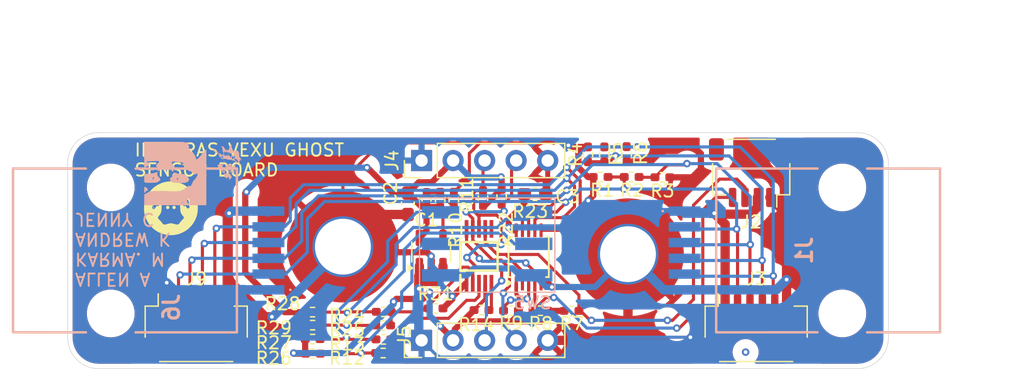
<source format=kicad_pcb>
(kicad_pcb (version 20241229) (generator "pcbnew") (generator_version "9.0")
  (layers (0 "F.Cu" mixed) (2 "B.Cu" signal) (13 "F.Paste" user) (15 "B.Paste" user) (5 "F.SilkS" user "F.Silkscreen") (7 "B.SilkS" user "B.Silkscreen") (1 "F.Mask" user) (3 "B.Mask" user) (25 "Edge.Cuts" user))
  (net 0 "")
  (net 1 "+3.3V")
  (net 2 "Net-(U5-FB)")
  (net 3 "+5V")
  (net 4 "Net-(U1-EN)")
  (net 5 "Net-(R12-Pad1)")
  (net 6 "Net-(R13-Pad1)")
  (net 7 "/Sensors/sda")
  (net 8 "/Sensors/scl")
  (net 9 "Net-(R24-Pad1)")
  (net 10 "Net-(R25-Pad1)")
  (net 11 "Net-(IC1-SDAIN)")
  (net 13 "Net-(IC1-ENABLE)")
  (net 14 "Net-(IC1-SCLIN)")
  (net 15 "Net-(IC1-XORL)")
  (net 16 "Net-(IC1-XORH)")
  (net 17 "GND")
  (net 18 "Net-(J3-Pin_4)")
  (net 19 "Net-(J3-Pin_2)")
  (net 20 "Net-(J3-Pin_3)")
  (net 21 "Net-(J3-Pin_5)")
  (footprint "Resistor_SMD:R_0402_1005Metric_Pad0.72x0.64mm_HandSolder" (layer "F.Cu") (at 149.8975 103.1)
    (property "Reference" "R3")
    (property "Value" "600" (hide yes))
  )
  (footprint "MountingHole:MountingHole_4.5mm_Pad_TopOnly" (layer "F.Cu") (at 147.125 109.3)
    (property "Reference" "H2" (hide yes))
    (property "Value" "MountingHole_Pad" (hide yes))
  )
  (footprint "Resistor_SMD:R_0402_1005Metric_Pad0.72x0.64mm_HandSolder" (layer "F.Cu") (at 121.722621 113.975)
    (property "Reference" "R28")
    (property "Value" "80k" (hide yes))
  )
  (footprint "Resistor_SMD:R_0402_1005Metric_Pad0.72x0.64mm_HandSolder" (layer "F.Cu") (at 127.4525 113.95)
    (property "Reference" "R24")
    (property "Value" "400k" (hide yes))
  )
  (footprint "Resistor_SMD:R_0402_1005Metric_Pad0.72x0.64mm_HandSolder" (layer "F.Cu") (at 121.7525 117.325)
    (property "Reference" "R26")
    (property "Value" "10k" (hide yes))
  )
  (footprint "Resistor_SMD:R_0402_1005Metric_Pad0.72x0.64mm_HandSolder" (layer "F.Cu") (at 147.02 101.2275 -90)
    (property "Reference" "R6")
    (property "Value" "600" (hide yes))
  )
  (footprint "Resistor_SMD:R_0402_1005Metric_Pad0.72x0.64mm_HandSolder" (layer "F.Cu") (at 144.9225 103.075)
    (property "Reference" "R1")
    (property "Value" "600" (hide yes))
  )
  (footprint "Package_TO_SOT_SMD:SOT-23-5" (layer "F.Cu") (at 131.275 109.1225 90)
    (property "Reference" "U5" (hide yes))
    (property "Value" "TPS73101DBV" (hide yes))
  )
  (footprint "Resistor_SMD:R_0402_1005Metric_Pad0.72x0.64mm_HandSolder" (layer "F.Cu") (at 140.075 113.86 180)
    (property "Reference" "R8")
    (property "Value" "4.7k" (hide yes))
  )
  (footprint "Resistor_SMD:R_0402_1005Metric_Pad0.72x0.64mm_HandSolder" (layer "F.Cu") (at 121.7275 116.15)
    (property "Reference" "R27")
    (property "Value" "10k" (hide yes))
  )
  (footprint "Resistor_SMD:R_0402_1005Metric_Pad0.72x0.64mm_HandSolder" (layer "F.Cu") (at 127.4275 116.1725)
    (property "Reference" "R13")
    (property "Value" "750k" (hide yes))
  )
  (footprint "Resistor_SMD:R_0402_1005Metric_Pad0.72x0.64mm_HandSolder" (layer "F.Cu") (at 135.3275 113.81 180)
    (property "Reference" "R14")
    (property "Value" "10k" (hide yes))
  )
  (footprint "Resistor_SMD:R_0402_1005Metric_Pad0.72x0.64mm_HandSolder" (layer "F.Cu") (at 132 104.9 90)
    (property "Reference" "R10")
    (property "Value" "52k" (hide yes))
  )
  (footprint "LTC4316CMS:SOP50P490X110-10N" (layer "F.Cu") (at 135.125 109.472 90)
    (property "Reference" "IC1" (hide yes))
    (property "Value" "LTC4316CMS#TRPBF" (hide yes))
  )
  (footprint "MountingHole:MountingHole_4.5mm_Pad_TopOnly" (layer "F.Cu") (at 124.165 108.6975)
    (property "Reference" "H1" (hide yes))
    (property "Value" "MountingHole_Pad" (hide yes))
  )
  (footprint "Resistor_SMD:R_0402_1005Metric_Pad0.72x0.64mm_HandSolder" (layer "F.Cu") (at 127.405 117.2725)
    (property "Reference" "R12")
    (property "Value" "400k" (hide yes))
  )
  (footprint "Capacitor_SMD:C_0402_1005Metric_Pad0.74x0.62mm_HandSolder" (layer "F.Cu") (at 130.9 104.9 90)
    (property "Reference" "C1")
    (property "Value" "1n" (hide yes))
  )
  (footprint "Capacitor_SMD:C_0603_1608Metric_Pad1.08x0.95mm_HandSolder" (layer "F.Cu") (at 139.6375 104.45)
    (property "Reference" "C3")
    (property "Value" "1u" (hide yes))
  )
  (footprint "Resistor_SMD:R_0402_1005Metric_Pad0.72x0.64mm_HandSolder" (layer "F.Cu") (at 147.4225 103.075 180)
    (property "Reference" "R2")
    (property "Value" "120" (hide yes))
  )
  (footprint "Package_SO:TSSOP-10_3x3mm_P0.5mm" (layer "F.Cu") (at 139.125 109.525 90)
    (property "Reference" "U1" (hide yes))
    (property "Value" "PCA9615DP" (hide yes))
  )
  (footprint "LOGO" (layer "F.Cu") (at 110.3 105.6)
    (property "Reference" "G***" (hide yes))
    (property "Value" "LOGO" (hide yes))
  )
  (footprint "Resistor_SMD:R_0402_1005Metric_Pad0.72x0.64mm_HandSolder" (layer "F.Cu") (at 131.6275 113.675)
    (property "Reference" "R31")
    (property "Value" "260k" (hide yes))
  )
  (footprint "Resistor_SMD:R_0402_1005Metric_Pad0.72x0.64mm_HandSolder" (layer "F.Cu") (at 142.5775 113.875)
    (property "Reference" "R7")
    (property "Value" "4.7k" (hide yes))
  )
  (footprint "Connector_JST:JST_SH_SM04B-SRSS-TB_1x04-1MP_P1.00mm_Horizontal" (layer "F.Cu") (at 157.05 102.725 180)
    (property "Reference" "J2")
    (property "Value" "Conn_01x04" (hide yes))
  )
  (footprint "Resistor_SMD:R_0402_1005Metric_Pad0.72x0.64mm_HandSolder" (layer "F.Cu") (at 135.45 104.7775 90)
    (property "Reference" "R22")
    (property "Value" "4.7k" (hide yes))
  )
  (footprint "Resistor_SMD:R_0402_1005Metric_Pad0.72x0.64mm_HandSolder" (layer "F.Cu") (at 133.1 104.8975 90)
    (property "Reference" "R11")
    (property "Value" "30k" (hide yes))
  )
  (footprint "Connector_PinHeader_2.54mm:PinHeader_1x05_P2.54mm_Vertical" (layer "F.Cu") (at 130.5 101.75 90)
    (property "Reference" "J4")
    (property "Value" "Conn_01x05" (hide yes))
  )
  (footprint "Capacitor_SMD:C_0603_1608Metric_Pad1.08x0.95mm_HandSolder" (layer "F.Cu") (at 129.4 105.2375 -90)
    (property "Reference" "C2")
    (property "Value" "1u" (hide yes))
  )
  (footprint "Resistor_SMD:R_0402_1005Metric_Pad0.72x0.64mm_HandSolder" (layer "F.Cu") (at 137.7025 113.86 180)
    (property "Reference" "R9")
    (property "Value" "10k" (hide yes))
  )
  (footprint "Resistor_SMD:R_0402_1005Metric_Pad0.72x0.64mm_HandSolder" (layer "F.Cu") (at 145.22 101.25 -90)
    (property "Reference" "R5")
    (property "Value" "120" (hide yes))
  )
  (footprint "Resistor_SMD:R_0402_1005Metric_Pad0.72x0.64mm_HandSolder" (layer "F.Cu") (at 143.9 101.25 -90)
    (property "Reference" "R4")
    (property "Value" "600" (hide yes))
  )
  (footprint "Resistor_SMD:R_0402_1005Metric_Pad0.72x0.64mm_HandSolder" (layer "F.Cu") (at 121.7275 115.025)
    (property "Reference" "R29")
    (property "Value" "40k" (hide yes))
  )
  (footprint "Resistor_SMD:R_0402_1005Metric_Pad0.72x0.64mm_HandSolder" (layer "F.Cu") (at 127.405 115.0475)
    (property "Reference" "R25")
    (property "Value" "780k" (hide yes))
  )
  (footprint "Resistor_SMD:R_0402_1005Metric_Pad0.72x0.64mm_HandSolder" (layer "F.Cu") (at 136.95 104.675 -90)
    (property "Reference" "R23")
    (property "Value" "4.7k" (hide yes))
  )
  (footprint "Connector_JST:JST_SH_SM06B-SRSS-TB_1x06-1MP_P1.00mm_Horizontal" (layer "F.Cu") (at 112.35 115.275)
    (property "Reference" "J9")
    (property "Value" "Conn_01x06" (hide yes))
  )
  (footprint "Connector_JST:JST_SH_SM06B-SRSS-TB_1x06-1MP_P1.00mm_Horizontal" (layer "F.Cu") (at 157.45 115.275)
    (property "Reference" "J3")
    (property "Value" "Conn_01x06" (hide yes))
  )
  (footprint "Connector_PinHeader_2.54mm:PinHeader_1x05_P2.54mm_Vertical" (layer "F.Cu") (at 130.5 116.25 90)
    (property "Reference" "J5")
    (property "Value" "Conn_01x05" (hide yes))
  )
  (footprint "GDLX-SMT-N-66:GDLXSMTN66" (layer "B.Cu") (at 161.975 109 -90)
    (property "Reference" "J1")
    (property "Value" "GDLX-SMT-N-66" (hide yes))
  )
  (footprint "GDLX-SMT-N-66:GDLXSMTN66" (layer "B.Cu") (at 107.8825 109 90)
    (property "Reference" "J6")
    (property "Value" "GDLX-SMT-N-66" (hide yes))
  )
  (footprint "LOGO" (layer "B.Cu") (at 110.666293 102.794923)
    (property "Reference" "G***" (hide yes))
    (property "Value" "LOGO" (hide yes))
  )
  (footprint "RJ12_Pin_Connector:Rotary_Switch_16_pos" (layer "B.Cu") (at 135.7375 113.4675 180)
    (property "Reference" "SW5")
    (property "Value" "SW_Coded_SH-7050")
  )
  (footprint "LOGO" (layer "B.Cu") (at 114.75 101.9)
    (property "Reference" "G***" (hide yes))
    (property "Value" "LOGO" (hide yes))
  )
  (gr_arc (start 168.1 116.035) (mid 167.367767 117.802767) (end 165.6 118.535) (stroke (width 0.05)) (layer "Edge.Cuts"))
  (gr_arc (start 165.6 99.5) (mid 167.367767 100.232233) (end 168.1 102) (stroke (width 0.05)) (layer "Edge.Cuts"))
  (gr_line (start 102 116.035) (end 102 102) (stroke (width 0.05)) (layer "Edge.Cuts"))
  (gr_line (start 104.5 99.5) (end 165.6 99.5) (stroke (width 0.05)) (layer "Edge.Cuts"))
  (gr_arc (start 102 102) (mid 102.732233 100.232233) (end 104.5 99.5) (stroke (width 0.05)) (layer "Edge.Cuts"))
  (gr_arc (start 104.5 118.535) (mid 102.732233 117.802767) (end 102 116.035) (stroke (width 0.05)) (layer "Edge.Cuts"))
  (gr_line (start 165.6 118.535) (end 104.5 118.535) (stroke (width 0.05)) (layer "Edge.Cuts"))
  (gr_line (start 168.1 102) (end 168.1 116.035) (stroke (width 0.05)) (layer "Edge.Cuts"))
  (gr_text "IEEE RAS VEXU GHOST\nSENSOR BOARD\n" (at 107.3 103.1 0) (layer "F.SilkS") (effects (font (size 1 1)) (justify left bottom)))
  (gr_text "ALLEN A\nKARMA. M\nANDREW K\nJENNY C" (at 102.5 105.9 180) (layer "B.SilkS") (effects (font (size 1 1)) (justify left bottom mirror)))
  (via (at 156.6 117.2) (size 0.6) (drill 0.3) (layers "F.Cu" "B.Cu") (net 0))
  (segment (start 133.185 116.175) (end 133.075 116.175) (width 0.5) (layer "F.Cu") (net 1))
  (segment (start 133.075 116.175) (end 132 115.1) (width 0.5) (layer "F.Cu") (net 1))
  (segment (start 116.4 104.275) (end 116.3 104.375) (width 0.5) (layer "F.Cu") (net 1))
  (segment (start 138.326 112.730346) (end 138.326 113.834) (width 0.3) (layer "F.Cu") (net 1))
  (segment (start 138.326 113.834) (end 138.3 113.86) (width 0.3) (layer "F.Cu") (net 1))
  (segment (start 120.25 117.325) (end 120.2 117.275) (width 0.5) (layer "F.Cu") (net 1))
  (segment (start 116.3 104.375) (end 116.3 110.8) (width 0.5) (layer "F.Cu") (net 1))
  (segment (start 129.4 104.375) (end 130.275 103.5) (width 0.5) (layer "F.Cu") (net 1))
  (segment (start 131.15 112.3735) (end 131.15 112.37664) (width 0.5) (layer "F.Cu") (net 1))
  (segment (start 133.185 116.175) (end 133.185 115.355) (width 0.5) (layer "F.Cu") (net 1))
  (segment (start 138.3 114.179999) (end 138.3 113.86) (width 0.5) (layer "F.Cu") (net 1))
  (segment (start 130.9 107.41) (end 130.325 107.985) (width 0.5) (layer "F.Cu") (net 1))
  (segment (start 135.6 105.375) (end 135.45 105.375) (width 0.5) (layer "F.Cu") (net 1))
  (segment (start 121.125121 113.975) (end 121.125121 117.295121) (width 0.5) (layer "F.Cu") (net 1))
  (segment (start 116.3 110.8) (end 119.475 113.975) (width 0.5) (layer "F.Cu") (net 1))
  (segment (start 135.455 105.37) (end 135.45 105.375) (width 0.5) (layer "F.Cu") (net 1))
  (segment (start 128.19 104.375) (end 129.4 104.375) (width 0.5) (layer "F.Cu") (net 1))
  (segment (start 135.625 112.915) (end 134.73 113.81) (width 0.3) (layer "F.Cu") (net 1))
  (segment (start 130.9 105.4675) (end 130.9 107.41) (width 0.5) (layer "F.Cu") (net 1))
  (segment (start 140.6725 113.86) (end 140.6725 114.179999) (width 0.5) (layer "F.Cu") (net 1))
  (segment (start 138.125 111.675) (end 138.125 112.529346) (width 0.3) (layer "F.Cu") (net 1))
  (segment (start 131.15 112.37664) (end 130.61714 112.9095) (width 0.5) (layer "F.Cu") (net 1))
  (segment (start 137.759999 114.72) (end 138.3 114.179999) (width 0.5) (layer "F.Cu") (net 1))
  (segment (start 140.6875 113.875) (end 140.6725 113.86) (width 0.5) (layer "F.Cu") (net 1))
  (segment (start 133.185 115.355) (end 133.82 114.72) (width 0.5) (layer "F.Cu") (net 1))
  (segment (start 130.93 105.4975) (end 130.9 105.4675) (width 0.5) (layer "F.Cu") (net 1))
  (segment (start 135.625 111.684) (end 135.625 112.915) (width 0.3) (layer "F.Cu") (net 1))
  (segment (start 140.6725 114.179999) (end 140.132499 114.72) (width 0.5) (layer "F.Cu") (net 1))
  (segment (start 136.8975 104.0775) (end 135.6 105.375) (width 0.5) (layer "F.Cu") (net 1))
  (segment (start 121.155 117.325) (end 120.25 117.325) (width 0.5) (layer "F.Cu") (net 1))
  (segment (start 126.25 102.475) (end 126.1 102.325) (width 0.5) (layer "F.Cu") (net 1))
  (segment (start 119.475 113.975) (end 121.125121 113.975) (width 0.5) (layer "F.Cu") (net 1))
  (segment (start 126.29 102.475) (end 128.19 104.375) (width 0.5) (layer "F.Cu") (net 1))
  (segment (start 136.95 103.122) (end 136.9 103.072) (width 0.5) (layer "F.Cu") (net 1))
  (segment (start 130.275 103.5) (end 131.33 103.5) (width 0.5) (layer "F.Cu") (net 1))
  (segment (start 121.125121 117.295121) (end 121.155 117.325) (width 0.5) (layer "F.Cu") (net 1))
  (segment (start 130.4925 105.4675) (end 129.4 104.375) (width 0.5) (layer "F.Cu") (net 1))
  (segment (start 136.95 104.0775) (end 136.8975 104.0775) (width 0.5) (layer "F.Cu") (net 1))
  (segment (start 131.33 103.5) (end 133.07 101.76) (width 0.5) (layer "F.Cu") (net 1))
  (segment (start 136.95 104.0775) (end 136.95 103.122) (width 0.5) (layer "F.Cu") (net 1))
  (segment (start 132 105.4975) (end 130.93 105.4975) (width 0.5) (layer "F.Cu") (net 1))
  (segment (start 126.29 102.475) (end 126.25 102.475) (width 0.5) (layer "F.Cu") (net 1))
  (segment (start 128.466779 112.9095) (end 128.246279 113.13) (width 0.5) (layer "F.Cu") (net 1))
  (segment (start 138.125 112.529346) (end 138.326 112.730346) (width 0.3) (layer "F.Cu") (net 1))
  (segment (start 133.82 114.72) (end 134.73 113.81) (width 0.5) (layer "F.Cu") (net 1))
  (segment (start 141.98 113.875) (end 140.6875 113.875) (width 0.5) (layer "F.Cu") (net 1))
  (segment (start 133.82 114.72) (end 137.759999 114.72) (width 0.5) (layer "F.Cu") (net 1))
  (segment (start 140.132499 114.72) (end 137.759999 114.72) (width 0.5) (layer "F.Cu") (net 1))
  (segment (start 130.9 105.4675) (end 130.4925 105.4675) (width 0.5) (layer "F.Cu") (net 1))
  (segment (start 130.61714 112.9095) (end 128.466779 112.9095) (width 0.5) (layer "F.Cu") (net 1))
  (via (at 132 115.1) (size 0.6) (drill 0.3) (layers "F.Cu" "B.Cu") (net 1))
  (via (at 116.4 104.275) (size 0.6) (drill 0.3) (layers "F.Cu" "B.Cu") (net 1))
  (via (at 131.15 112.3735) (size 0.6) (drill 0.3) (layers "F.Cu" "B.Cu") (net 1))
  (via (at 126.1 102.325) (size 0.6) (drill 0.3) (layers "F.Cu" "B.Cu") (net 1))
  (via (at 136.9 103.072) (size 0.6) (drill 0.3) (layers "F.Cu" "B.Cu") (net 1))
  (via (at 128.246279 113.13) (size 0.6) (drill 0.3) (layers "F.Cu" "B.Cu") (net 1))
  (via (at 120.2 117.275) (size 0.6) (drill 0.3) (layers "F.Cu" "B.Cu") (net 1))
  (segment (start 128.246279 113.328721) (end 124.3 117.275) (width 0.5) (layer "B.Cu") (net 1))
  (segment (start 116.4 104.275) (end 116.4 104.225) (width 0.5) (layer "B.Cu") (net 1))
  (segment (start 124.3 117.275) (end 120.2 117.275) (width 0.5) (layer "B.Cu") (net 1))
  (segment (start 128.246279 113.13) (end 128.246279 113.328721) (width 0.5) (layer "B.Cu") (net 1))
  (segment (start 136.9 103.072) (end 136.851 103.121) (width 0.5) (layer "B.Cu") (net 1))
  (segment (start 131.15 112.3735) (end 131.15 114.25) (width 0.5) (layer "B.Cu") (net 1))
  (segment (start 134.431 103.121) (end 133.07 101.76) (width 0.5) (layer "B.Cu") (net 1))
  (segment (start 118.3 102.325) (end 126.1 102.325) (width 0.5) (layer "B.Cu") (net 1))
  (segment (start 131.15 114.25) (end 132 115.1) (width 0.5) (layer "B.Cu") (net 1))
  (segment (start 136.851 103.121) (end 134.431 103.121) (width 0.5) (layer "B.Cu") (net 1))
  (segment (start 116.4 104.225) (end 118.3 102.325) (width 0.5) (layer "B.Cu") (net 1))
  (segment (start 130.9 104.3325) (end 131.97 104.3325) (width 0.25) (layer "F.Cu") (net 2))
  (segment (start 131.97 104.3325) (end 132 104.3025) (width 0.25) (layer "F.Cu") (net 2))
  (segment (start 132 104.395) (end 133.1 105.495) (width 0.25) (layer "F.Cu") (net 2))
  (segment (start 132.225 107.985) (end 132.225 106.37) (width 0.25) (layer "F.Cu") (net 2))
  (segment (start 132.225 106.37) (end 133.1 105.495) (width 0.25) (layer "F.Cu") (net 2))
  (segment (start 132 104.3025) (end 132 104.395) (width 0.25) (layer "F.Cu") (net 2))
  (segment (start 157.55 105.530876) (end 157.55 104.725) (width 0.75) (layer "F.Cu") (net 3))
  (segment (start 143.580001 100.6525) (end 143.129 101.103501) (width 0.5) (layer "F.Cu") (net 3))
  (segment (start 132.225 110.26) (end 132.225 111.003376) (width 0.75) (layer "F.Cu") (net 3))
  (segment (start 144.325 103.075) (end 144.325 104.575) (width 0.5) (layer "F.Cu") (net 3))
  (segment (start 137.523926 107.140747) (end 137.758179 107.375) (width 0.5) (layer "F.Cu") (net 3))
  (segment (start 157.004876 106.076) (end 157.55 105.530876) (width 0.75) (layer "F.Cu") (net 3))
  (segment (start 142.4525 100.6525) (end 142.325 100.525) (width 0.5) (layer "F.Cu") (net 3))
  (segment (start 130.325 111.003376) (end 130.820124 111.4985) (width 0.75) (layer "F.Cu") (net 3))
  (segment (start 143.9 100.6525) (end 143.580001 100.6525) (width 0.5) (layer "F.Cu") (net 3))
  (segment (start 138.775 105.260412) (end 138.775 104.45) (width 0.5) (layer "F.Cu") (net 3))
  (segment (start 109.975 111.6) (end 109.85 111.725) (width 0.75) (layer "F.Cu") (net 3))
  (segment (start 154.075 106) (end 154.95 106.875) (width 0.75) (layer "F.Cu") (net 3))
  (segment (start 143.129 101.103501) (end 143.129 102.302518) (width 0.5) (layer "F.Cu") (net 3))
  (segment (start 152.15 116) (end 152.91281 116) (width 0.25) (layer "F.Cu") (net 3))
  (segment (start 130.325 110.26) (end 130.325 111.003376) (width 0.75) (layer "F.Cu") (net 3))
  (segment (start 154.075 106) (end 154.151 106.076) (width 0.75) (layer "F.Cu") (net 3))
  (segment (start 137.526 107.138673) (end 137.523926 107.140747) (width 0.5) (layer "F.Cu") (net 3))
  (segment (start 130.820124 111.4985) (end 131.729876 111.4985) (width 0.75) (layer "F.Cu") (net 3))
  (segment (start 144.325 104.575) (end 143.925 104.975) (width 0.5) (layer "F.Cu") (net 3))
  (segment (start 130.275 111.053376) (end 130.325 111.003376) (width 0.75) (layer "F.Cu") (net 3))
  (segment (start 154.95 113.96281) (end 154.95 113.275) (width 0.25) (layer "F.Cu") (net 3))
  (segment (start 143.129 102.302518) (end 143.901482 103.075) (width 0.5) (layer "F.Cu") (net 3))
  (segment (start 137.758179 107.375) (end 138.049 107.375) (width 0.5) (layer "F.Cu") (net 3))
  (segment (start 109.85 111.725) (end 109.85 113.3) (width 0.75) (layer "F.Cu") (net 3))
  (segment (start 130.275 112.0835) (end 130.275 111.053376) (width 0.75) (layer "F.Cu") (net 3))
  (segment (start 152.91281 116) (end 154.95 113.96281) (width 0.25) (layer "F.Cu") (net 3))
  (segment (start 137.526 106.509413) (end 138.775 105.260412) (width 0.5) (layer "F.Cu") (net 3))
  (segment (start 154.95 106.875) (end 154.95 113.275) (width 0.75) (layer "F.Cu") (net 3))
  (segment (start 154.151 106.076) (end 157.004876 106.076) (width 0.75) (layer "F.Cu") (net 3))
  (segment (start 143.9 100.6525) (end 142.4525 100.6525) (width 0.5) (layer "F.Cu") (net 3))
  (segment (start 132.225 111.003376) (end 131.729876 111.4985) (width 0.75) (layer "F.Cu") (net 3))
  (segment (start 137.526 106.509413) (end 137.526 107.138673) (width 0.5) (layer "F.Cu") (net 3))
  (segment (start 143.901482 103.075) (end 144.325 103.075) (width 0.5) (layer "F.Cu") (net 3))
  (via (at 137.523926 107.140747) (size 0.6) (drill 0.3) (layers "F.Cu" "B.Cu") (net 3))
  (via (at 143.925 104.975) (size 0.6) (drill 0.3) (layers "F.Cu" "B.Cu") (net 3))
  (via (at 152.15 116) (size 0.6) (drill 0.3) (layers "F.Cu" "B.Cu") (net 3))
  (via (at 154.075 106) (size 0.6) (drill 0.3) (layers "F.Cu" "B.Cu") (net 3))
  (via (at 130.275 112.0835) (size 0.6) (drill 0.3) (layers "F.Cu" "B.Cu") (net 3))
  (via (at 142.325 100.525) (size 0.6) (drill 0.3) (layers "F.Cu" "B.Cu") (net 3))
  (via (at 109.975 111.6) (size 0.6) (drill 0.3) (layers "F.Cu" "B.Cu") (net 3))
  (segment (start 151.69 106) (end 154.075 106) (width 0.75) (layer "B.Cu") (net 3))
  (segment (start 144.3 116) (end 142.7 117.6) (width 0.25) (layer "B.Cu") (net 3))
  (segment (start 143.925 104.975) (end 141.759253 107.140747) (width 0.5) (layer "B.Cu") (net 3))
  (segment (start 109.975 111.6) (end 110.625 112.25) (width 0.75) (layer "B.Cu") (net 3))
  (segment (start 131.85 117.6) (end 130.5 116.25) (width 0.25) (layer "B.Cu") (net 3))
  (segment (start 130.645 116.175) (end 130.275 115.805) (width 0.75) (layer "B.Cu") (net 3))
  (segment (start 130.275 115.805) (end 130.275 112.0835) (width 0.75) (layer "B.Cu") (net 3))
  (segment (start 141.759253 107.140747) (end 137.523926 107.140747) (width 0.5) (layer "B.Cu") (net 3))
  (segment (start 142.7 117.6) (end 131.85 117.6) (width 0.25) (layer "B.Cu") (net 3))
  (segment (start 110.7 112.175) (end 118.1675 112.175) (width 0.75) (layer "B.Cu") (net 3))
  (segment (start 152.15 116) (end 144.3 116) (width 0.25) (layer "B.Cu") (net 3))
  (segment (start 110.625 112.25) (end 110.7 112.175) (width 0.75) (layer "B.Cu") (net 3))
  (segment (start 137.105 113.86) (end 137.105 113.57) (width 0.25) (layer "F.Cu") (net 4))
  (segment (start 139.125 112.775) (end 139.125 111.675) (width 0.25) (layer "F.Cu") (net 4))
  (segment (start 139 112.9) (end 139.125 112.775) (width 0.25) (layer "F.Cu") (net 4))
  (segment (start 137.105 113.57) (end 137.675 113) (width 0.25) (layer "F.Cu") (net 4))
  (via (at 137.675 113) (size 0.6) (drill 0.3) (layers "F.Cu" "B.Cu") (net 4))
  (via (at 139 112.9) (size 0.6) (drill 0.3) (layers "F.Cu" "B.Cu") (net 4))
  (segment (start 138.9 113) (end 139 112.9) (width 0.25) (layer "B.Cu") (net 4))
  (segment (start 137.675 113) (end 138.9 113) (width 0.25) (layer "B.Cu") (net 4))
  (segment (start 125.5725 117.325) (end 125.625 117.2725) (width 0.25) (layer "F.Cu") (net 5))
  (segment (start 122.35 117.325) (end 125.5725 117.325) (width 0.25) (layer "F.Cu") (net 5))
  (segment (start 125.625 117.2725) (end 126.8075 117.2725) (width 0.25) (layer "F.Cu") (net 5))
  (via (at 125.625 117.2725) (size 0.6) (drill 0.3) (layers "F.Cu" "B.Cu") (net 5))
  (segment (start 128.9 113.6) (end 125.625 116.875) (width 0.25) (layer "B.Cu") (net 5))
  (segment (start 128.9 112.35) (end 128.9 113.6) (width 0.25) (layer "B.Cu") (net 5))
  (segment (start 125.625 116.875) (end 125.625 117.2725) (width 0.25) (layer "B.Cu") (net 5))
  (segment (start 129.725 111.525) (end 128.9 112.35) (width 0.25) (layer "B.Cu") (net 5))
  (segment (start 129.725 109.325) (end 129.725 111.525) (width 0.25) (layer "B.Cu") (net 5))
  (segment (start 132.0375 108.4675) (end 130.5825 108.4675) (width 0.25) (layer "B.Cu") (net 5))
  (segment (start 130.5825 108.4675) (end 129.725 109.325) (width 0.25) (layer "B.Cu") (net 5))
  (segment (start 122.325 116.15) (end 124.275 116.15) (width 0.25) (layer "F.Cu") (net 6))
  (segment (start 124.275 116.15) (end 124.45 115.975) (width 0.25) (layer "F.Cu") (net 6))
  (segment (start 124.45 115.975) (end 124.55 116.075) (width 0.25) (layer "F.Cu") (net 6))
  (segment (start 124.5725 116.1725) (end 126.83 116.1725) (width 0.25) (layer "F.Cu") (net 6))
  (segment (start 124.55 116.075) (end 124.55 116.15) (width 0.25) (layer "F.Cu") (net 6))
  (segment (start 124.55 116.15) (end 124.5725 116.1725) (width 0.25) (layer "F.Cu") (net 6))
  (via (at 124.45 115.975) (size 0.6) (drill 0.3) (layers "F.Cu" "B.Cu") (net 6))
  (segment (start 127.775 109.889702) (end 127.775 108.25) (width 0.25) (layer "B.Cu") (net 6))
  (segment (start 124.45 115.975) (end 123.725 115.25) (width 0.25) (layer "B.Cu") (net 6))
  (segment (start 130.0975 105.9275) (end 132.0375 105.9275) (width 0.25) (layer "B.Cu") (net 6))
  (segment (start 127.775 108.25) (end 130.0975 105.9275) (width 0.25) (layer "B.Cu") (net 6))
  (segment (start 123.725 113.939702) (end 127.775 109.889702) (width 0.25) (layer "B.Cu") (net 6))
  (segment (start 123.725 115.25) (end 123.725 113.939702) (width 0.25) (layer "B.Cu") (net 6))
  (segment (start 134.7 104.35) (end 134.7 105.8205) (width 0.25) (layer "F.Cu") (net 7))
  (segment (start 136.95 110.675) (end 136.95 111.45) (width 0.25) (layer "F.Cu") (net 7))
  (segment (start 134.15 109.575) (end 134.95 110.375) (width 0.25) (layer "F.Cu") (net 7))
  (segment (start 134.7 105.8205) (end 135.0295 106.15) (width 0.25) (layer "F.Cu") (net 7))
  (segment (start 136.9 108.525) (end 136.9 107.402119) (width 0.25) (layer "F.Cu") (net 7))
  (segment (start 136.55 106.15) (end 135.2205 106.15) (width 0.25) (layer "F.Cu") (net 7))
  (segment (start 135.2205 106.15) (end 135.125 106.2455) (width 0.25) (layer "F.Cu") (net 7))
  (segment (start 136.65 110.375) (end 136.95 110.675) (width 0.25) (layer "F.Cu") (net 7))
  (segment (start 135.45 101.92) (end 135.61 101.76) (width 0.25) (layer "F.Cu") (net 7))
  (segment (start 136.9 106.879375) (end 136.9 106.5) (width 0.25) (layer "F.Cu") (net 7))
  (segment (start 135.45 104.18) (end 135.45 101.92) (width 0.25) (layer "F.Cu") (net 7))
  (segment (start 135.0295 106.15) (end 135.2205 106.15) (width 0.25) (layer "F.Cu") (net 7))
  (segment (start 136.9 106.5) (end 136.55 106.15) (width 0.25) (layer "F.Cu") (net 7))
  (segment (start 134.95 110.375) (end 136.65 110.375) (width 0.25) (layer "F.Cu") (net 7))
  (segment (start 134.87 104.18) (end 134.7 104.35) (width 0.25) (layer "F.Cu") (net 7))
  (segment (start 136.897926 107.400045) (end 136.897926 106.881449) (width 0.25) (layer "F.Cu") (net 7))
  (segment (start 135.125 106.2455) (end 135.125 106.425) (width 0.25) (layer "F.Cu") (net 7))
  (segment (start 136.897926 106.881449) (end 136.9 106.879375) (width 0.25) (layer "F.Cu") (net 7))
  (segment (start 135.45 104.18) (end 134.87 104.18) (width 0.25) (layer "F.Cu") (net 7))
  (segment (start 135.125 106.2455) (end 135.125 107.26) (width 0.25) (layer "F.Cu") (net 7))
  (segment (start 136.9 107.402119) (end 136.897926 107.400045) (width 0.25) (layer "F.Cu") (net 7))
  (via (at 136.95 111.45) (size 0.6) (drill 0.3) (layers "F.Cu" "B.Cu") (net 7))
  (via (at 136.9 108.525) (size 0.6) (drill 0.3) (layers "F.Cu" "B.Cu") (net 7))
  (via (at 134.15 109.575) (size 0.6) (drill 0.3) (layers "F.Cu" "B.Cu") (net 7))
  (segment (start 135.125 108.6) (end 134.15 109.575) (width 0.25) (layer "B.Cu") (net 7))
  (segment (start 136.825 108.6) (end 135.125 108.6) (width 0.25) (layer "B.Cu") (net 7))
  (segment (start 135.725 112.675) (end 135.725 116.175) (width 0.25) (layer "B.Cu") (net 7))
  (segment (start 136.95 111.45) (end 135.725 112.675) (width 0.25) (layer "B.Cu") (net 7))
  (segment (start 136.9 108.525) (end 136.825 108.6) (width 0.25) (layer "B.Cu") (net 7))
  (segment (start 136.95 105.2725) (end 137.05 105.2725) (width 0.25) (layer "F.Cu") (net 8))
  (segment (start 134.625 107.4) (end 134.649 107.424) (width 0.25) (layer "F.Cu") (net 8))
  (segment (start 137.05 112.4) (end 137.575 111.875) (width 0.25) (layer "F.Cu") (net 8))
  (segment (start 137.075 112.45) (end 137.05 112.425) (width 0.25) (layer "F.Cu") (net 8))
  (segment (start 137.575 111.875) (end 137.575 110.43581) (width 0.25) (layer "F.Cu") (net 8))
  (segment (start 136.226 109.776) (end 134.625 108.175) (width 0.25) (layer "F.Cu") (net 8))
  (segment (start 137.142255 105.464755) (end 136.95 105.2725) (width 0.25) (layer "F.Cu") (net 8))
  (segment (start 137.094051 112.45) (end 137.075 112.45) (width 0.25) (layer "F.Cu") (net 8))
  (segment (start 134.625 107.26) (end 134.625 106.426687) (width 0.25) (layer "F.Cu") (net 8))
  (segment (start 134.625 107.26) (end 134.625 107.4) (width 0.25) (layer "F.Cu") (net 8))
  (segment (start 137.05 112.425) (end 137.05 112.4) (width 0.25) (layer "F.Cu") (net 8))
  (segment (start 137.75 102.16) (end 138.15 101.76) (width 0.25) (layer "F.Cu") (net 8))
  (segment (start 136.91519 109.776) (end 136.226 109.776) (width 0.25) (layer "F.Cu") (net 8))
  (segment (start 137.575 110.43581) (end 136.91519 109.776) (width 0.25) (layer "F.Cu") (net 8))
  (segment (start 137.142255 105.832497) (end 137.142255 105.464755) (width 0.25) (layer "F.Cu") (net 8))
  (segment (start 134.625 108.175) (end 134.625 107.26) (width 0.25) (layer "F.Cu") (net 8))
  (segment (start 137.05 105.2725) (end 137.75 104.5725) (width 0.25) (layer "F.Cu") (net 8))
  (segment (start 137.75 104.5725) (end 137.75 102.16) (width 0.25) (layer "F.Cu") (net 8))
  (segment (start 134.625 106.426687) (end 134.077788 105.879475) (width 0.25) (layer "F.Cu") (net 8))
  (via (at 137.094051 112.45) (size 0.6) (drill 0.3) (layers "F.Cu" "B.Cu") (net 8))
  (via (at 137.142255 105.832497) (size 0.6) (drill 0.3) (layers "F.Cu" "B.Cu") (net 8))
  (via (at 134.077788 105.879475) (size 0.6) (drill 0.3) (layers "F.Cu" "B.Cu") (net 8))
  (segment (start 137.05 112.475) (end 137.05 114.96) (width 0.25) (layer "B.Cu") (net 8))
  (segment (start 134.077788 105.879475) (end 137.095277 105.879475) (width 0.25) (layer "B.Cu") (net 8))
  (segment (start 137.094051 112.45) (end 137.075 112.45) (width 0.25) (layer "B.Cu") (net 8))
  (segment (start 137.095277 105.879475) (end 137.142255 105.832497) (width 0.25) (layer "B.Cu") (net 8))
  (segment (start 137.05 114.96) (end 138.265 116.175) (width 0.25) (layer "B.Cu") (net 8))
  (segment (start 137.075 112.45) (end 137.05 112.475) (width 0.25) (layer "B.Cu") (net 8))
  (segment (start 124.475 113.975) (end 124.525 114.025) (width 0.25) (layer "F.Cu") (net 9))
  (segment (start 122.320121 113.975) (end 124.475 113.975) (width 0.25) (layer "F.Cu") (net 9))
  (segment (start 126.855 113.95) (end 124.6 113.95) (width 0.25) (layer "F.Cu") (net 9))
  (segment (start 124.6 113.95) (end 124.525 114.025) (width 0.25) (layer "F.Cu") (net 9))
  (via (at 124.525 114.025) (size 0.6) (drill 0.3) (layers "F.Cu" "B.Cu") (net 9))
  (segment (start 139.24 106.235) (end 139.24 106.225) (width 0.25) (layer "B.Cu") (net 9))
  (segment (start 139.24 106.225) (end 139.5375 105.9275) (width 0.25) (layer "B.Cu") (net 9))
  (segment (start 124.525 114.025) (end 124.575 114.025) (width 0.25) (layer "B.Cu") (net 9))
  (segment (start 138.975 106.5) (end 139.24 106.235) (width 0.25) (layer "B.Cu") (net 9))
  (segment (start 137.25 106.5) (end 138.975 106.5) (width 0.25) (layer "B.Cu") (net 9))
  (segment (start 128.45 110.15) (end 128.45 108.525) (width 0.25) (layer "B.Cu") (net 9))
  (segment (start 136.601 107.149) (end 137.25 106.5) (width 0.25) (layer "B.Cu") (net 9))
  (segment (start 129.826 107.149) (end 136.601 107.149) (width 0.25) (layer "B.Cu") (net 9))
  (segment (start 128.45 108.525) (end 129.826 107.149) (width 0.25) (layer "B.Cu") (net 9))
  (segment (start 124.575 114.025) (end 128.45 110.15) (width 0.25) (layer "B.Cu") (net 9))
  (segment (start 124.6225 115.0475) (end 126.8075 115.0475) (width 0.25) (layer "F.Cu") (net 10))
  (segment (start 124.466116 115.025) (end 124.6 115.025) (width 0.25) (layer "F.Cu") (net 10))
  (segment (start 124.6 115.025) (end 124.6225 115.0475) (width 0.25) (layer "F.Cu") (net 10))
  (segment (start 124.466116 115.025) (end 122.325 115.025) (width 0.25) (layer "F.Cu") (net 10))
  (via (at 124.466116 115.025) (size 0.6) (drill 0.3) (layers "F.Cu" "B.Cu") (net 10))
  (segment (start 137.1 107.6) (end 137.9675 108.4675) (width 0.25) (layer "B.Cu") (net 10))
  (segment (start 129.1 110.65) (end 129.1 108.9365) (width 0.25) (layer "B.Cu") (net 10))
  (segment (start 124.466116 115.025) (end 124.725 115.025) (width 0.25) (layer "B.Cu") (net 10))
  (segment (start 124.725 115.025) (end 129.1 110.65) (width 0.25) (layer "B.Cu") (net 10))
  (segment (start 137.9675 108.4675) (end 139.5375 108.4675) (width 0.25) (layer "B.Cu") (net 10))
  (segment (start 130.4365 107.6) (end 137.1 107.6) (width 0.25) (layer "B.Cu") (net 10))
  (segment (start 129.1 108.9365) (end 130.4365 107.6) (width 0.25) (layer "B.Cu") (net 10))
  (segment (start 150.7125 114.6375) (end 150.3 114.6375) (width 0.25) (layer "F.Cu") (net 11))
  (segment (start 139.9 109.325) (end 143.175 112.6) (width 0.25) (layer "F.Cu") (net 11))
  (segment (start 135.625 107.26) (end 135.625 108.35) (width 0.25) (layer "F.Cu") (net 11))
  (segment (start 135.625 108.35) (end 136.35 109.075) (width 0.25) (layer "F.Cu") (net 11))
  (segment (start 138.625 111.675) (end 138.625 110.675) (width 0.25) (layer "F.Cu") (net 11))
  (segment (start 156.55 103.9) (end 155.9 103.25) (width 0.25) (layer "F.Cu") (net 11))
  (segment (start 144.185298 114.6375) (end 144.072798 114.6375) (width 0.25) (layer "F.Cu") (net 11))
  (segment (start 152.4 112.95) (end 150.7125 114.6375) (width 0.25) (layer "F.Cu") (net 11))
  (segment (start 156.55 104.725) (end 156.55 103.9) (width 0.25) (layer "F.Cu") (net 11))
  (segment (start 152.4 105.35) (end 152.4 112.95) (width 0.25) (layer "F.Cu") (net 11))
  (segment (start 143.175 112.6) (end 143.175 113.875) (width 0.25) (layer "F.Cu") (net 11))
  (segment (start 154.5 103.25) (end 152.4 105.35) (width 0.25) (layer "F.Cu") (net 11))
  (segment (start 136.6 109.325) (end 139.9 109.325) (width 0.25) (layer "F.Cu") (net 11))
  (segment (start 138.625 110.675) (end 137.275 109.325) (width 0.25) (layer "F.Cu") (net 11))
  (segment (start 144.072798 114.6375) (end 143.310298 113.875) (width 0.25) (layer "F.Cu") (net 11))
  (segment (start 143.310298 113.875) (end 143.175 113.875) (width 0.25) (layer "F.Cu") (net 11))
  (segment (start 155.9 103.25) (end 154.5 103.25) (width 0.25) (layer "F.Cu") (net 11))
  (segment (start 136.35 109.075) (end 136.6 109.325) (width 0.25) (layer "F.Cu") (net 11))
  (via (at 144.185298 114.6375) (size 0.6) (drill 0.3) (layers "F.Cu" "B.Cu") (net 11))
  (via (at 150.3 114.6375) (size 0.6) (drill 0.3) (layers "F.Cu" "B.Cu") (net 11))
  (segment (start 150.3 114.6375) (end 144.185298 114.6375) (width 0.25) (layer "B.Cu") (net 11))
  (segment (start 136.125 113.61) (end 136.125 111.684) (width 0.25) (layer "F.Cu") (net 13))
  (segment (start 135.925 113.81) (end 136.125 113.61) (width 0.25) (layer "F.Cu") (net 13))
  (segment (start 139.625 111.675) (end 139.625 113.7125) (width 0.25) (layer "F.Cu") (net 14))
  (segment (start 153.151 113.37431) (end 151.26281 115.2625) (width 0.25) (layer "F.Cu") (net 14))
  (segment (start 135.151653 109.526653) (end 134.125 108.5) (width 0.25) (layer "F.Cu") (net 14))
  (segment (start 139.625 110.848) (end 139.625 110.732498) (width 0.25) (layer "F.Cu") (net 14))
  (segment (start 140.5375 112.8) (end 139.4775 113.86) (width 0.25) (layer "F.Cu") (net 14))
  (segment (start 134.125 108.5) (end 134.125 107.26) (width 0.25) (layer "F.Cu") (net 14))
  (segment (start 139.625 110.732498) (end 138.9 110.007498) (width 0.25) (layer "F.Cu") (net 14))
  (segment (start 153.151 105.749) (end 153.151 113.37431) (width 0.25) (layer "F.Cu") (net 14))
  (segment (start 141.15 112.8) (end 140.5375 112.8) (width 0.25) (layer "F.Cu") (net 14))
  (segment (start 151.26281 115.2625) (end 151.05 115.2625) (width 0.25) (layer "F.Cu") (net 14))
  (segment (start 155.55 104.725) (end 154.175 104.725) (width 0.25) (layer "F.Cu") (net 14))
  (segment (start 154.175 104.725) (end 153.151 105.749) (width 0.25) (layer "F.Cu") (net 14))
  (segment (start 139.625 111.675) (end 139.625 110.848) (width 0.25) (layer "F.Cu") (net 14))
  (segment (start 135.151653 109.648347) (end 135.151653 109.526653) (width 0.25) (layer "F.Cu") (net 14))
  (segment (start 139.625 113.7125) (end 139.4775 113.86) (width 0.25) (layer "F.Cu") (net 14))
  (via (at 135.151653 109.648347) (size 0.6) (drill 0.3) (layers "F.Cu" "B.Cu") (net 14))
  (via (at 151.05 115.2625) (size 0.6) (drill 0.3) (layers "F.Cu" "B.Cu") (net 14))
  (via (at 138.9 110.007498) (size 0.6) (drill 0.3) (layers "F.Cu" "B.Cu") (net 14))
  (via (at 141.15 112.8) (size 0.6) (drill 0.3) (layers "F.Cu" "B.Cu") (net 14))
  (segment (start 135.925 109.875) (end 138.767502 109.875) (width 0.25) (layer "B.Cu") (net 14))
  (segment (start 138.767502 109.875) (end 138.9 110.007498) (width 0.25) (layer "B.Cu") (net 14))
  (segment (start 135.377599 109.874293) (end 135.924293 109.874293) (width 0.25) (layer "B.Cu") (net 14))
  (segment (start 143.8125 115.2625) (end 141.35 112.8) (width 0.25) (layer "B.Cu") (net 14))
  (segment (start 135.151653 109.648347) (end 135.377599 109.874293) (width 0.25) (layer "B.Cu") (net 14))
  (segment (start 151.05 115.2625) (end 143.8125 115.2625) (width 0.25) (layer "B.Cu") (net 14))
  (segment (start 135.924293 109.874293) (end 135.925 109.875) (width 0.25) (layer "B.Cu") (net 14))
  (segment (start 141.35 112.8) (end 141.15 112.8) (width 0.25) (layer "B.Cu") (net 14))
  (segment (start 128.0025 117.2725) (end 128.0025 116.195) (width 0.25) (layer "F.Cu") (net 15))
  (segment (start 135.125 111.684) (end 135.125 112.6985) (width 0.25) (layer "F.Cu") (net 15))
  (segment (start 128.0025 116.195) (end 128.025 116.1725) (width 0.25) (layer "F.Cu") (net 15))
  (segment (start 134.7985 113.025) (end 134.125 113.025) (width 0.25) (layer "F.Cu") (net 15))
  (segment (start 134.125 113.025) (end 132.675 114.475) (width 0.25) (layer "F.Cu") (net 15))
  (segment (start 135.125 112.6985) (end 134.7985 113.025) (width 0.25) (layer "F.Cu") (net 15))
  (segment (start 129.7225 114.475) (end 128.025 116.1725) (width 0.25) (layer "F.Cu") (net 15))
  (segment (start 132.675 114.475) (end 129.7225 114.475) (width 0.25) (layer "F.Cu") (net 15))
  (segment (start 134.625 110.725) (end 134.625 111.684) (width 0.25) (layer "F.Cu") (net 16))
  (segment (start 128.05 113.95) (end 130.4775 113.95) (width 0.25) (layer "F.Cu") (net 16))
  (segment (start 134.25 110.35) (end 134.625 110.725) (width 0.25) (layer "F.Cu") (net 16))
  (segment (start 131.03 113.675) (end 131.03 113.47) (width 0.25) (layer "F.Cu") (net 16))
  (segment (start 131.03 113.675) (end 130.7525 113.675) (width 0.25) (layer "F.Cu") (net 16))
  (segment (start 131.03 113.47) (end 133.4 111.1) (width 0.25) (layer "F.Cu") (net 16))
  (segment (start 133.775 110.35) (end 134.25 110.35) (width 0.25) (layer "F.Cu") (net 16))
  (segment (start 130.7525 113.675) (end 130.4775 113.95) (width 0.25) (layer "F.Cu") (net 16))
  (segment (start 133.4 111.1) (end 133.4 110.725) (width 0.25) (layer "F.Cu") (net 16))
  (segment (start 133.4 110.725) (end 133.775 110.35) (width 0.25) (layer "F.Cu") (net 16))
  (segment (start 128.05 115) (end 128.0025 115.0475) (width 0.25) (layer "F.Cu") (net 16))
  (segment (start 128.05 113.95) (end 128.05 115) (width 0.25) (layer "F.Cu") (net 16))
  (segment (start 159.9 111.35) (end 159.9 113.225) (width 0.75) (layer "F.Cu") (net 17))
  (segment (start 114.851599 106.148401) (end 115 106) (width 0.75) (layer "F.Cu") (net 17))
  (segment (start 130.954198 109.1467) (end 124.6142 109.1467) (width 0.5) (layer "F.Cu") (net 17))
  (segment (start 147.125 114.775) (end 147.125 109.3) (width 0.75) (layer "F.Cu") (net 17))
  (segment (start 132.975 112.925) (end 132.225 113.675) (width 0.5) (layer "F.Cu") (net 17))
  (segment (start 124.6142 109.1467) (end 124.165 108.6975) (width 0.5) (layer "F.Cu") (net 17))
  (segment (start 132.975 112.7) (end 133.025 112.7) (width 0.5) (layer "F.Cu") (net 17))
  (segment (start 131.275 109.467502) (end 130.954198 109.1467) (width 0.5) (layer "F.Cu") (net 17))
  (segment (start 153 102.4) (end 153 101.2) (width 0.5) (layer "F.Cu") (net 17))
  (segment (start 140.66 104.29) (end 140.5 104.45) (width 0.4) (layer "F.Cu") (net 17))
  (segment (start 118.45 114.35) (end 116.8 114.35) (width 0.75) (layer "F.Cu") (net 17))
  (segment (start 134.024 111.701) (end 134.024 111.684) (width 0.5) (layer "F.Cu") (net 17))
  (segment (start 132.975 112.7) (end 132.975 112.925) (width 0.5) (layer "F.Cu") (net 17))
  (segment (start 129.4 106.1) (end 126.7625 106.1) (width 0.75) (layer "F.Cu") (net 17))
  (segment (start 127.214702 100.325) (end 124.165 103.374702) (width 0.25) (layer "F.Cu") (net 17))
  (segment (start 140.69 101.76) (end 139.255 100.325) (width 0.25) (layer "F.Cu") (net 17))
  (segment (start 140.5 101.95) (end 140.69 101.76) (width 0.5) (layer "F.Cu") (net 17))
  (segment (start 140.66 116.25) (end 145.65 116.25) (width 0.75) (layer "F.Cu") (net 17))
  (segment (start 140.66 101.75) (end 140.66 104.29) (width 0.4) (layer "F.Cu") (net 17))
  (segment (start 135.193884 100.325) (end 127.214702 100.325) (width 0.25) (layer "F.Cu") (net 17))
  (segment (start 150.495 103.1) (end 152.3 103.1) (width 0.5) (layer "F.Cu") (net 17))
  (segment (start 159.9 113.225) (end 159.95 113.275) (width 0.75) (layer "F.Cu") (net 17))
  (segment (start 134.35 103.05) (end 133.1 104.3) (width 0.25) (layer "F.Cu") (net 17))
  (segment (start 131.275 109.467502) (end 131.275 110.26) (width 0.5) (layer "F.Cu") (net 17))
  (segment (start 134.35 101.168884) (end 134.35 103.05) (width 0.25) (layer "F.Cu") (net 17))
  (segment (start 133.025 112.7) (end 134.024 111.701) (width 0.5) (layer "F.Cu") (net 17))
  (segment (start 152.45 100.65) (end 149.712075 100.65) (width 0.5) (layer "F.Cu") (net 17))
  (segment (start 114.851599 107.25) (end 114.851599 106.148401) (width 0.75) (layer "F.Cu") (net 17))
  (segment (start 148.537075 101.825) (end 147.02 101.825) (width 0.5) (layer "F.Cu") (net 17))
  (segment (start 149.712075 100.65) (end 148.537075 101.825) (width 0.5) (layer "F.Cu") (net 17))
  (segment (start 124.165 103.374702) (end 124.165 108.6975) (width 0.25) (layer "F.Cu") (net 17))
  (segment (start 114.85 107.25) (end 114.85 113.3) (width 0.75) (layer "F.Cu") (net 17))
  (segment (start 141 111.95) (end 140.725 111.675) (width 0.5) (layer "F.Cu") (net 17))
  (segment (start 139.255 100.325) (end 135.193884 100.325) (width 0.25) (layer "F.Cu") (net 17))
  (segment (start 159.9 106.075) (end 158.55 104.725) (width 0.75) (layer "F.Cu") (net 17))
  (segment (start 159.9 111.35) (end 159.9 106.075) (width 0.75) (layer "F.Cu") (net 17))
  (segment (start 153 101.2) (end 152.45 100.65) (width 0.5) (layer "F.Cu") (net 17))
  (segment (start 126.7625 106.1) (end 124.165 108.6975) (width 0.75) (layer "F.Cu") (net 17))
  (segment (start 135.193884 100.325) (end 134.35 101.168884) (width 0.25) (layer "F.Cu") (net 17))
  (segment (start 132.975 112.7) (end 132.9225 112.7) (width 0.5) (layer "F.Cu") (net 17))
  (segment (start 152.3 103.1) (end 153 102.4) (width 0.5) (layer "F.Cu") (net 17))
  (segment (start 140.725 111.675) (end 140.201 111.675) (width 0.5) (layer "F.Cu") (net 17))
  (segment (start 145.65 116.25) (end 147.125 114.775) (width 0.75) (layer "F.Cu") (net 17))
  (segment (start 114.85 107.25) (end 114.851599 107.25) (width 0.75) (layer "F.Cu") (net 17))
  (via (at 118.45 114.35) (size 0.6) (drill 0.3) (layers "F.Cu" "B.Cu") (net 17))
  (via (at 159.9 111.35) (size 0.6) (drill 0.3) (layers "F.Cu" "B.Cu") (net 17))
  (via (at 141 111.95) (size 0.6) (drill 0.3) (layers "F.Cu" "B.Cu") (net 17))
  (via (at 131.275 109.467502) (size 0.6) (drill 0.3) (layers "F.Cu" "B.Cu") (net 17))
  (via (at 115 106) (size 0.6) (drill 0.3) (layers "F.Cu" "B.Cu") (net 17))
  (via (at 132.975 112.7) (size 0.6) (drill 0.3) (layers "F.Cu" "B.Cu") (net 17))
  (segment (start 134.1425 111.0075) (end 134.699 110.451) (width 0.5) (layer "B.Cu") (net 17))
  (segment (start 118.5125 114.35) (end 118.45 114.35) (width 0.75) (layer "B.Cu") (net 17))
  (segment (start 124.165 108.6975) (end 118.5125 114.35) (width 0.75) (layer "B.Cu") (net 17))
  (segment (start 159.075 112.175) (end 151.865 112.175) (width 0.75) (layer "B.Cu") (net 17))
  (segment (start 132.0375 111.7625) (end 132.975 112.7) (width 0.5) (layer "B.Cu") (net 17))
  (segment (start 132.0375 111.0075) (end 134.1425 111.0075) (width 0.5) (layer "B.Cu") (net 17))
  (segment (start 140.55 111.95) (end 139.6075 111.0075) (width 0.5) (layer "B.Cu") (net 17))
  (segment (start 131.254442 110.224442) (end 132.0375 111.0075) (width 0.5) (layer "B.Cu") (net 17))
  (segment (start 131.275 109.467502) (end 131.254442 109.48806) (width 0.5) (layer "B.Cu") (net 17))
  (segment (start 134.699 110.451) (end 137.85 110.451) (width 0.5) (layer "B.Cu") (net 17))
  (segment (start 144.475 111.95) (end 147.125 109.3) (width 0.5) (layer "B.Cu") (net 17))
  (segment (start 159.9 111.35) (end 159.075 112.175) (width 0.75) (layer "B.Cu") (net 17))
  (segment (start 132.045 111) (end 132.0375 111.0075) (width 0.5) (layer "B.Cu") (net 17))
  (segment (start 118.1675 105.825) (end 115.175 105.825) (width 0.75) (layer "B.Cu") (net 17))
  (segment (start 137.85 110.451) (end 138.4065 111.0075) (width 0.5) (layer "B.Cu") (net 17))
  (segment (start 132.0375 111.0075) (end 132.0375 111.7625) (width 0.5) (layer "B.Cu") (net 17))
  (segment (start 131.254442 109.48806) (end 131.254442 110.224442) (width 0.5) (layer "B.Cu") (net 17))
  (segment (start 147.125 109.3) (end 150 112.175) (width 0.75) (layer "B.Cu") (net 17))
  (segment (start 141 111.95) (end 144.475 111.95) (width 0.5) (layer "B.Cu") (net 17))
  (segment (start 150 112.175) (end 151.69 112.175) (width 0.75) (layer "B.Cu") (net 17))
  (segment (start 139.5375 111.0075) (end 139.53 111) (width 0.5) (layer "B.Cu") (net 17))
  (segment (start 138.4065 111.0075) (end 139.5375 111.0075) (width 0.5) (layer "B.Cu") (net 17))
  (segment (start 118.0925 105.9) (end 118.1675 105.825) (width 0.75) (layer "B.Cu") (net 17))
  (segment (start 115.175 105.825) (end 115 106) (width 0.75) (layer "B.Cu") (net 17))
  (segment (start 141 111.95) (end 140.55 111.95) (width 0.5) (layer "B.Cu") (net 17))
  (segment (start 139.6075 111.0075) (end 139.5375 111.0075) (width 0.5) (layer "B.Cu") (net 17))
  (segment (start 146.125 101.375) (end 145.6525 101.8475) (width 0.25) (layer "F.Cu") (net 18))
  (segment (start 139.625 106.548) (end 139.821 106.352) (width 0.25) (layer "F.Cu") (net 18))
  (segment (start 142.818236 105.468954) (end 142.818236 103.80212) (width 0.25) (layer "F.Cu") (net 18))
  (segment (start 139.821 106.352) (end 141.93519 106.352) (width 0.25) (layer "F.Cu") (net 18))
  (segment (start 141.93519 106.352) (end 142.818236 105.468954) (width 0.25) (layer "F.Cu") (net 18))
  (segment (start 112.85 108.6) (end 112.85 113.3) (width 0.25) (layer "F.Cu") (net 18))
  (segment (start 142.818236 103.80212) (end 142.2 103.183884) (width 0.25) (layer "F.Cu") (net 18))
  (segment (start 113.01 108.44) (end 112.85 108.6) (width 0.25) (layer "F.Cu") (net 18))
  (segment (start 143.9 101.8475) (end 145.22 101.8475) (width 0.25) (layer "F.Cu") (net 18))
  (segment (start 157.925 109.8) (end 157.95 109.825) (width 0.25) (layer "F.Cu") (net 18))
  (segment (start 145.2725 101.9) (end 145.22 101.8475) (width 0.25) (layer "F.Cu") (net 18))
  (segment (start 157.95 109.825) (end 157.95 113.275) (width 0.25) (layer "F.Cu") (net 18))
  (segment (start 145.22 101.8475) (end 145.6525 101.8475) (width 0.25) (layer "F.Cu") (net 18))
  (segment (start 139.625 107.375) (end 139.625 106.548) (width 0.25) (layer "F.Cu") (net 18))
  (via (at 142.2 103.183884) (size 0.6) (drill 0.3) (layers "F.Cu" "B.Cu") (net 18))
  (via (at 113.01 108.44) (size 0.6) (drill 0.3) (layers "F.Cu" "B.Cu") (net 18))
  (via (at 157.925 109.8) (size 0.6) (drill 0.3) (layers "F.Cu" "B.Cu") (net 18))
  (via (at 146.125 101.375) (size 0.6) (drill 0.3) (layers "F.Cu" "B.Cu") (net 18))
  (segment (start 141.227 104.148) (end 122.75388 104.148) (width 0.25) (layer "B.Cu") (net 18))
  (segment (start 157.925 109.8) (end 157.925 104.025) (width 0.25) (layer "B.Cu") (net 18))
  (segment (start 122.75388 104.148) (end 122.75188 104.15) (width 0.25) (layer "B.Cu") (net 18))
  (segment (start 121.4875 104.15) (end 120.398 105.2395) (width 0.25) (layer "B.Cu") (net 18))
  (segment (start 144.025 101.375) (end 146.125 101.375) (width 0.25) (layer "B.Cu") (net 18))
  (segment (start 142.191116 103.183884) (end 141.227 104.148) (width 0.25) (layer "B.Cu") (net 18))
  (segment (start 119.0725 108.365) (end 118.1675 108.365) (width 0.25) (layer "B.Cu") (net 18))
  (segment (start 157.915 109.81) (end 157.925 109.8) (width 0.25) (layer "B.Cu") (net 18))
  (segment (start 120.398 107.0395) (end 119.0725 108.365) (width 0.25) (layer "B.Cu") (net 18))
  (segment (start 142.216116 103.183884) (end 144.025 101.375) (width 0.25) (layer "B.Cu") (net 18))
  (segment (start 122.75188 104.15) (end 121.4875 104.15) (width 0.25) (layer "B.Cu") (net 18))
  (segment (start 142.2 103.183884) (end 142.191116 103.183884) (width 0.25) (layer "B.Cu") (net 18))
  (segment (start 142.2 103.183884) (end 142.216116 103.183884) (width 0.25) (layer "B.Cu") (net 18))
  (segment (start 155.275 101.375) (end 146.125 101.375) (width 0.25) (layer "B.Cu") (net 18))
  (segment (start 120.398 105.2395) (end 120.398 107.0395) (width 0.25) (layer "B.Cu") (net 18))
  (segment (start 113.085 108.365) (end 118.1675 108.365) (width 0.25) (layer "B.Cu") (net 18))
  (segment (start 151.69 109.81) (end 157.915 109.81) (width 0.25) (layer "B.Cu") (net 18))
  (segment (start 113.01 108.44) (end 113.085 108.365) (width 0.25) (layer "B.Cu") (net 18))
  (segment (start 157.925 104.025) (end 155.275 101.375) (width 0.25) (layer "B.Cu") (net 18))
  (segment (start 145.8 103.15) (end 145.775 103.125) (width 0.25) (layer "F.Cu") (net 19))
  (segment (start 142.11068 105.11068) (end 142.1 105.1) (width 0.25) (layer "F.Cu") (net 19))
  (segment (start 110.925 113.225) (end 110.85 113.3) (width 0.25) (layer "F.Cu") (net 19))
  (segment (start 146.825 104.025) (end 146.8 104.05) (width 0.25) (layer "F.Cu") (net 19))
  (segment (start 111.05 110.975) (end 110.925 111.1) (width 0.25) (layer "F.Cu") (net 19))
  (segment (start 141.374 105.901) (end 139.624 105.901) (width 0.25) (layer "F.Cu") (net 19))
  (segment (start 146.825 103.075) (end 146.825 104.025) (width 0.25) (layer "F.Cu") (net 19))
  (segment (start 142.1 105.1) (end 142.1 105.175) (width 0.25) (layer "F.Cu") (net 19))
  (segment (start 142.1 105.175) (end 141.374 105.901) (width 0.25) (layer "F.Cu") (net 19))
  (segment (start 110.925 111.1) (end 110.925 113.225) (width 0.25) (layer "F.Cu") (net 19))
  (segment (start 139.624 105.901) (end 139.125 106.4) (width 0.25) (layer "F.Cu") (net 19))
  (segment (start 155.875 107.27) (end 155.875 107.425) (width 0.25) (layer "F.Cu") (net 19))
  (segment (start 139.125 106.4) (end 139.125 107.375) (width 0.25) (layer "F.Cu") (net 19))
  (segment (start 155.875 107.425) (end 155.95 107.5) (width 0.25) (layer "F.Cu") (net 19))
  (segment (start 155.95 107.345) (end 155.875 107.27) (width 0.25) (layer "F.Cu") (net 19))
  (segment (start 155.95 113.275) (end 155.95 107.345) (width 0.25) (layer "F.Cu") (net 19))
  (segment (start 146.825 103.075) (end 145.52 103.075) (width 0.25) (layer "F.Cu") (net 19))
  (via (at 155.875 107.27) (size 0.6) (drill 0.3) (layers "F.Cu" "B.Cu") (net 19))
  (via (at 146.8 104.05) (size 0.6) (drill 0.3) (layers "F.Cu" "B.Cu") (net 19))
  (via (at 111.05 110.975) (size 0.6) (drill 0.3) (layers "F.Cu" "B.Cu") (net 19))
  (via (at 142.11068 105.11068) (size 0.6) (drill 0.3) (layers "F.Cu" "B.Cu") (net 19))
  (segment (start 123.1255 105.052) (end 122.698 105.052) (width 0.25) (layer "B.Cu") (net 19))
  (segment (start 143.275 104.05) (end 146.8 104.05) (width 0.25) (layer "B.Cu") (net 19))
  (segment (start 154.7 104.05) (end 146.8 104.05) (width 0.25) (layer "B.Cu") (net 19))
  (segment (start 111.12 110.905) (end 118.1675 110.905) (width 0.25) (layer "B.Cu") (net 19))
  (segment (start 142.21432 105.11068) (end 143.275 104.05) (width 0.25) (layer "B.Cu") (net 19))
  (segment (start 111.055 110.98) (end 111.05 110.975) (width 0.25) (layer "B.Cu") (net 19))
  (segment (start 142.05 105.05) (end 123.1275 105.05) (width 0.25) (layer "B.Cu") (net 19))
  (segment (start 121.3 106.45) (end 121.3 109.15) (width 0.25) (layer "B.Cu") (net 19))
  (segment (start 142.11068 105.11068) (end 142.05 105.05) (width 0.25) (layer "B.Cu") (net 19))
  (segment (start 121.3 109.15) (end 119.545 110.905) (width 0.25) (layer "B.Cu") (net 19))
  (segment (start 122.698 105.052) (end 121.3 106.45) (width 0.25) (layer "B.Cu") (net 19))
  (segment (start 155.875 107.27) (end 151.69 107.27) (width 0.25) (layer "B.Cu") (net 19))
  (segment (start 119.545 110.905) (end 118.1675 110.905) (width 0.25) (layer "B.Cu") (net 19))
  (segment (start 155.875 107.27) (end 155.875 105.225) (width 0.25) (layer "B.Cu") (net 19))
  (segment (start 111.05 110.975) (end 111.12 110.905) (width 0.25) (layer "B.Cu") (net 19))
  (segment (start 155.875 105.225) (end 154.7 104.05) (width 0.25) (layer "B.Cu") (net 19))
  (segment (start 123.1275 105.05) (end 123.1255 105.052) (width 0.25) (layer "B.Cu") (net 19))
  (segment (start 142.11068 105.11068) (end 142.21432 105.11068) (width 0.25) (layer "B.Cu") (net 19))
  (segment (start 156.975 108.725) (end 156.95 108.75) (width 0.25) (layer "F.Cu") (net 20))
  (segment (start 149.3 103.1) (end 148.045 103.1) (width 0.25) (layer "F.Cu") (net 20))
  (segment (start 156.95 108.55) (end 156.95 113.275) (width 0.25) (layer "F.Cu") (net 20))
  (segment (start 141.86532 104.48468) (end 141.851382 104.48468) (width 0.25) (layer "F.Cu") (net 20))
  (segment (start 140.9 105.45) (end 139.4 105.45) (width 0.25) (layer "F.Cu") (net 20))
  (segment (start 141.48468 104.86532) (end 140.9 105.45) (width 0.25) (layer "F.Cu") (net 20))
  (segment (start 151.775 102.1) (end 150.3 102.1) (width 0.25) (layer "F.Cu") (net 20))
  (segment (start 141.851382 104.48468) (end 141.48468 104.851382) (width 0.25) (layer "F.Cu") (net 20))
  (segment (start 138.625 106.225) (end 138.625 107.375) (width 0.25) (layer "F.Cu") (net 20))
  (segment (start 142.192236 104.157764) (end 141.86532 104.48468) (width 0.25) (layer "F.Cu") (net 20))
  (segment (start 156.975 108.525) (end 156.975 108.725) (width 0.25) (layer "F.Cu") (net 20))
  (segment (start 151.875 102) (end 151.775 102.1) (width 0.25) (layer "F.Cu") (net 20))
  (segment (start 150.3 102.1) (end 149.3 103.1) (width 0.25) (layer "F.Cu") (net 20))
  (segment (start 141.48468 104.851382) (end 141.48468 104.86532) (width 0.25) (layer "F.Cu") (net 20))
  (segment (start 139.4 105.45) (end 138.625 106.225) (width 0.25) (layer "F.Cu") (net 20))
  (segment (start 142.192236 104.145239) (end 142.192236 104.157764) (width 0.25) (layer "F.Cu") (net 20))
  (segment (start 111.85 109.925) (end 111.85 113.3) (width 0.25) (layer "F.Cu") (net 20))
  (segment (start 112 109.775) (end 111.85 109.925) (width 0.25) (layer "F.Cu") (net 20))
  (segment (start 156.975 108.525) (end 156.95 108.55) (width 0.25) (layer "F.Cu") (net 20))
  (via (at 156.975 108.525) (size 0.6) (drill 0.3) (layers "F.Cu" "B.Cu") (net 20))
  (via (at 151.875 102) (size 0.6) (drill 0.3) (layers "F.Cu" "B.Cu") (net 20))
  (via (at 112 109.775) (size 0.6) (drill 0.3) (layers "F.Cu" "B.Cu") (net 20))
  (via (at 142.192236 104.145239) (size 0.6) (drill 0.3) (layers "F.Cu" "B.Cu") (net 20))
  (segment (start 156.74 108.54) (end 151.69 108.54) (width 0.25) (layer "B.Cu") (net 20))
  (segment (start 156.975 108.525) (end 156.975 104.675) (width 0.25) (layer "B.Cu") (net 20))
  (segment (start 156.975 104.675) (end 154.3 102) (width 0.25) (layer "B.Cu") (net 20))
  (segment (start 122.199 104.601) (end 122.93869 104.601) (width 0.25) (layer "B.Cu") (net 20))
  (segment (start 144.275 102.075) (end 151.8 102.075) (width 0.25) (layer "B.Cu") (net 20))
  (segment (start 118.1675 109.635) (end 119.465 109.635) (width 0.25) (layer "B.Cu") (net 20))
  (segment (start 122.93869 104.601) (end 122.94069 104.599) (width 0.25) (layer "B.Cu") (net 20))
  (segment (start 120.849 108.251) (end 120.849 105.951) (width 0.25) (layer "B.Cu") (net 20))
  (segment (start 154.3 102) (end 151.875 102) (width 0.25) (layer "B.Cu") (net 20))
  (segment (start 151.8 102.075) (end 151.875 102) (width 0.25) (layer "B.Cu") (net 20))
  (segment (start 120.849 105.951) (end 122.199 104.601) (width 0.25) (layer "B.Cu") (net 20))
  (segment (start 156.975 108.525) (end 156.755 108.525) (width 0.25) (layer "B.Cu") (net 20))
  (segment (start 141.851382 104.48468) (end 141.86532 104.48468) (width 0.25) (layer "B.Cu") (net 20))
  (segment (start 156.755 108.525) (end 156.74 108.54) (width 0.25) (layer "B.Cu") (net 20))
  (segment (start 141.737062 104.599) (end 141.851382 104.48468) (width 0.25) (layer "B.Cu") (net 20))
  (segment (start 112.14 109.635) (end 118.1675 109.635) (width 0.25) (layer "B.Cu") (net 20))
  (segment (start 141.86532 104.48468) (end 144.275 102.075) (width 0.25) (layer "B.Cu") (net 20))
  (segment (start 122.94069 104.599) (end 141.737062 104.599) (width 0.25) (layer "B.Cu") (net 20))
  (segment (start 112 109.775) (end 112.14 109.635) (width 0.25) (layer "B.Cu") (net 20))
  (segment (start 119.465 109.635) (end 120.849 108.251) (width 0.25) (layer "B.Cu") (net 20))
  (segment (start 146.9975 100.6525) (end 147.02 100.63) (width 0.25) (layer "F.Cu") (net 21))
  (segment (start 158.825 111.05) (end 158.825 113.15) (width 0.25) (layer "F.Cu") (net 21))
  (segment (start 143.275 103.375) (end 142.2 102.3) (width 0.25) (layer "F.Cu") (net 21))
  (segment (start 141.55 107.375) (end 143.275 105.65) (width 0.25) (layer "F.Cu") (net 21))
  (segment (start 158.825 113.15) (end 158.95 113.275) (width 0.25) (layer "F.Cu") (net 21))
  (segment (start 113.975599 107.217615) (end 113.85 107.343214) (width 0.25) (layer "F.Cu") (net 21))
  (segment (start 147.85 100.65) (end 147.04 100.65) (width 0.25) (layer "F.Cu") (net 21))
  (segment (start 147.04 100.65) (end 147.02 100.63) (width 0.25) (layer "F.Cu") (net 21))
  (segment (start 143.275 105.65) (end 143.275 103.375) (width 0.25) (layer "F.Cu") (net 21))
  (segment (start 145.22 100.6525) (end 146.9975 100.6525) (width 0.25) (layer "F.Cu") (net 21))
  (segment (start 158.825 113.025) (end 158.95 113.15) (width 0.25) (layer "F.Cu") (net 21))
  (segment (start 113.85 107.343214) (end 113.85 113.3) (width 0.25) (layer "F.Cu") (net 21))
  (segment (start 140.125 107.375) (end 141.55 107.375) (width 0.25) (layer "F.Cu") (net 21))
  (via (at 147.85 100.65) (size 0.6) (drill 0.3) (layers "F.Cu" "B.Cu") (net 21))
  (via (at 158.825 111.05) (size 0.6) (drill 0.3) (layers "F.Cu" "B.Cu") (net 21))
  (via (at 113.975599 107.217615) (size 0.6) (drill 0.3) (layers "F.Cu" "B.Cu") (net 21))
  (via (at 142.2 102.3) (size 0.6) (drill 0.3) (layers "F.Cu" "B.Cu") (net 21))
  (segment (start 158.825 111.05) (end 158.825 103.325) (width 0.25) (layer "B.Cu") (net 21))
  (segment (start 142.2 102.3) (end 141.942116 102.557884) (width 0.25) (layer "B.Cu") (net 21))
  (segment (start 141.574 102.926) (end 140.803 103.697) (width 0.25) (layer "B.Cu") (net 21))
  (segment (start 147.85 100.65) (end 143.85 100.65) (width 0.25) (layer "B.Cu") (net 21))
  (segment (start 158.795 111.08) (end 151.69 111.08) (width 0.25) (layer "B.Cu") (net 21))
  (segment (start 119.925 104.774) (end 121 103.699) (width 0.25) (layer "B.Cu") (net 21))
  (segment (start 158.825 103.325) (end 156.15 100.65) (width 0.25) (layer "B.Cu") (net 21))
  (segment (start 141.940702 102.557884) (end 141.574 102.924586) (width 0.25) (layer "B.Cu") (net 21))
  (segment (start 122.56707 103.697) (end 122.56507 103.699) (width 0.25) (layer "B.Cu") (net 21))
  (segment (start 158.825 111.05) (end 158.795 111.08) (width 0.25) (layer "B.Cu") (net 21))
  (segment (start 140.803 103.697) (end 122.56707 103.697) (width 0.25) (layer "B.Cu") (net 21))
  (segment (start 122.56507 103.699) (end 121 103.699) (width 0.25) (layer "B.Cu") (net 21))
  (segment (start 141.574 102.924586) (end 141.574 102.926) (width 0.25) (layer "B.Cu") (net 21))
  (segment (start 147.85 100.65) (end 156.15 100.65) (width 0.25) (layer "B.Cu") (net 21))
  (segment (start 118.1675 107.095) (end 119.455 107.095) (width 0.25) (layer "B.Cu") (net 21))
  (segment (start 143.85 100.65) (end 142.2 102.3) (width 0.25) (layer "B.Cu") (net 21))
  (segment (start 113.975599 107.217615) (end 114.098214 107.095) (width 0.25) (layer "B.Cu") (net 21))
  (segment (start 141.942116 102.557884) (end 141.940702 102.557884) (width 0.25) (layer "B.Cu") (net 21))
  (segment (start 114.098214 107.095) (end 118.1675 107.095) (width 0.25) (layer "B.Cu") (net 21))
  (segment (start 119.925 106.625) (end 119.925 104.774) (width 0.25) (layer "B.Cu") (net 21))
  (segment (start 119.455 107.095) (end 119.925 106.625) (width 0.25) (layer "B.Cu") (net 21))
  (zone (net 17) (net_name "GND") (layer "F.Cu") (priority 1) (connect_pads (clearance 0.75)) (min_thickness 0.25) (fill yes (thermal_gap 0.5) (thermal_bridge_width 0.5))
    (polygon (pts (xy 102 99.5) (xy 168.1 99.5) (xy 168.1 118.535) (xy 102 118.535)))
  )
  (zone (net 3) (net_name "+5V") (layer "B.Cu") (connect_pads (clearance 0.75)) (min_thickness 0.25) (fill yes (thermal_gap 0.5) (thermal_bridge_width 0.5))
    (polygon (pts (xy 168.1 99.5) (xy 102 99.5) (xy 102 118.535) (xy 168.1 118.535)))
  )
)
</source>
